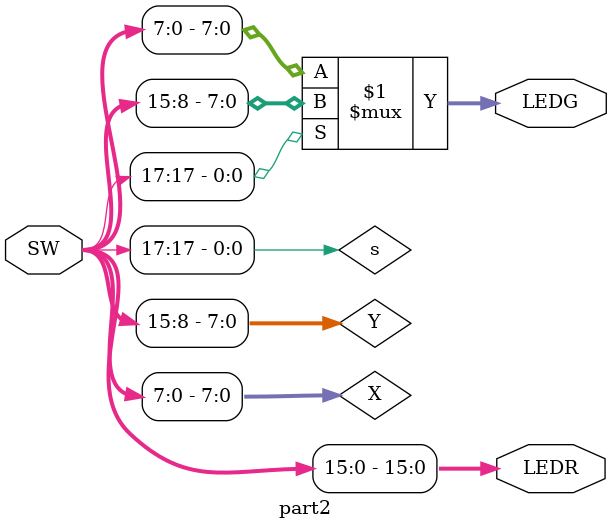
<source format=v>
module part2 (SW, LEDR, LEDG);
  input [17:0] SW;
  output [7:0] LEDG;
  output [15:0] LEDR;
  wire[7:0] X,Y;
  assign LEDR = SW;
  assign s = SW[17];
  assign X = SW[7:0];
  assign Y = SW[15:8];
  assign LEDG = (s)?(Y):(X);
endmodule
</source>
